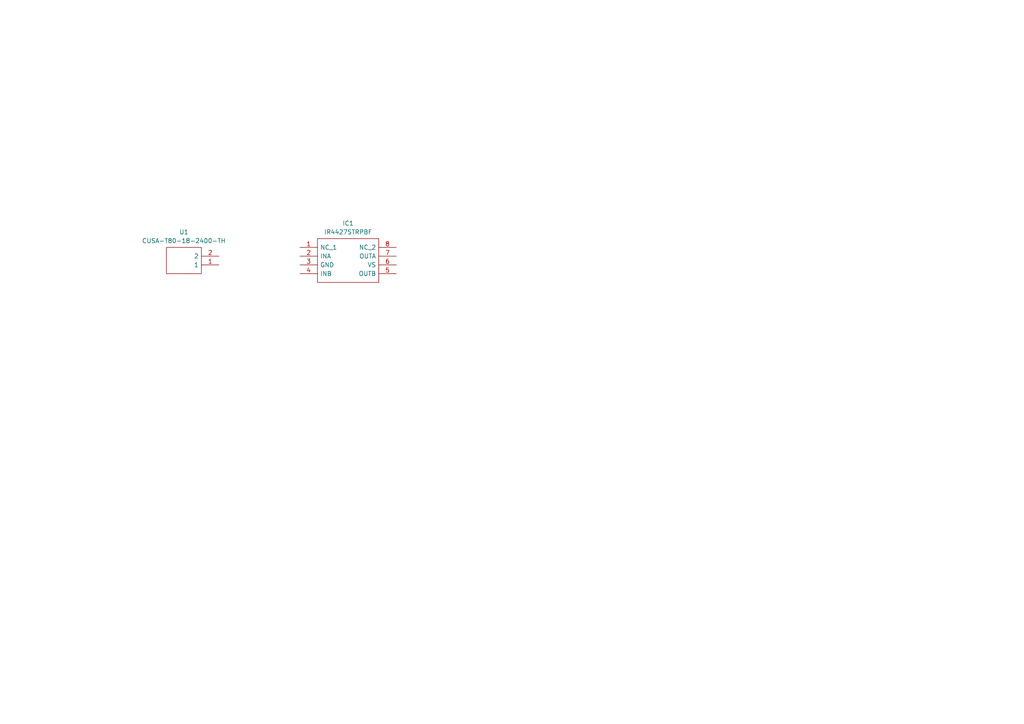
<source format=kicad_sch>
(kicad_sch (version 20230121) (generator eeschema)
  (paper "A4")
  (lib_symbols
    (symbol "samacsys:CUSA-T80-18-2400-TH" (pin_names (offset 0.762))
      (property "Reference" "U" (at 16.51 7.62 0))
      (property "Value" "CUSA-T80-18-2400-TH" (at 16.51 5.08 0))
      (symbol "CUSA-T80-18-2400-TH_0_0"
        (pin passive line (at 0 0 0) (length 5.08) (name "1") (number "1"))
        (pin passive line (at 0 -2.54 0) (length 5.08) (name "2") (number "2"))
      )
      (symbol "CUSA-T80-18-2400-TH_0_1"
        (polyline (pts (xy 5.08 2.54) (xy 15.24 2.54) (xy 15.24 -5.08) (xy 5.08 -5.08) (xy 5.08 2.54)) (stroke (width 0.1524)))
      )
    )
    (symbol "samacsys:IR4427STRPBF" (pin_names (offset 0.762))
      (property "Reference" "IC" (at 24.13 7.62 0))
      (property "Value" "IR4427STRPBF" (at 24.13 5.08 0))
      (symbol "IR4427STRPBF_0_0"
        (pin passive line (at 0 0 0) (length 5.08) (name "NC_1") (number "1"))
        (pin passive line (at 0 -2.54 0) (length 5.08) (name "INA") (number "2"))
        (pin passive line (at 0 -5.08 0) (length 5.08) (name "GND") (number "3"))
        (pin passive line (at 0 -7.62 0) (length 5.08) (name "INB") (number "4"))
        (pin passive line (at 27.94 -7.62 180) (length 5.08) (name "OUTB") (number "5"))
        (pin passive line (at 27.94 -5.08 180) (length 5.08) (name "VS") (number "6"))
        (pin passive line (at 27.94 -2.54 180) (length 5.08) (name "OUTA") (number "7"))
        (pin passive line (at 27.94 0 180) (length 5.08) (name "NC_2") (number "8"))
      )
      (symbol "IR4427STRPBF_0_1"
        (polyline (pts (xy 5.08 2.54) (xy 22.86 2.54) (xy 22.86 -10.16) (xy 5.08 -10.16) (xy 5.08 2.54)) (stroke (width 0.1524)))
      )
    )
  )
  (symbol (lib_id "samacsys:IR4427STRPBF") (at 86.995 71.755 0) (unit 1)
    (property "Reference" "IC1" (at 100.965 64.77 0))
    (property "Value" "IR4427STRPBF" (at 100.965 67.31 0))
    (property "Footprint" "SOIC127P600X175-8N" (effects hide))
    (property "Datasheet" "http://uk.rs-online.com/web/p/products/8312774P" (effects hide))
    (property "Description" "Infineon IR4427STRPBF Dual Low Side MOSFET Power Driver, 3.3A, 6  20 V 8-Pin, SOIC" (effects hide))
    (property "Height" "1.75" (effects hide))
    (property "RS Part Number" "8312774P" (effects hide))
    (property "RS Price/Stock" "http://uk.rs-online.com/web/p/products/8312774P" (effects hide))
    (property "Manufacturer_Name" "Infineon" (effects hide))
    (property "Manufacturer_Part_Number" "IR4427STRPBF" (effects hide))
    (property "Allied_Number" "70017644" (effects hide))
  )
  (symbol (lib_id "samacsys:CUSA-T80-18-2400-TH") (at 63.5 76.835 180) (unit 1)
    (property "Reference" "U1" (at 53.34 67.31 0))
    (property "Value" "CUSA-T80-18-2400-TH" (at 53.34 69.85 0))
    (property "Footprint" "CUSAT80182400TH" (effects hide))
    (property "Description" "Proximity Sensors 16.0 mm, 150 Vp-p, 80 Directivity, 0.2 18 m Range, 40 kHz, Through Hole, Ultrasonic Transmitter Sensor" (effects hide))
    (property "Height" "12.3" (effects hide))
    (property "Manufacturer_Name" "CUI Devices" (effects hide))
    (property "Manufacturer_Part_Number" "CUSA-T80-18-2400-TH" (effects hide))
  )
)
</source>
